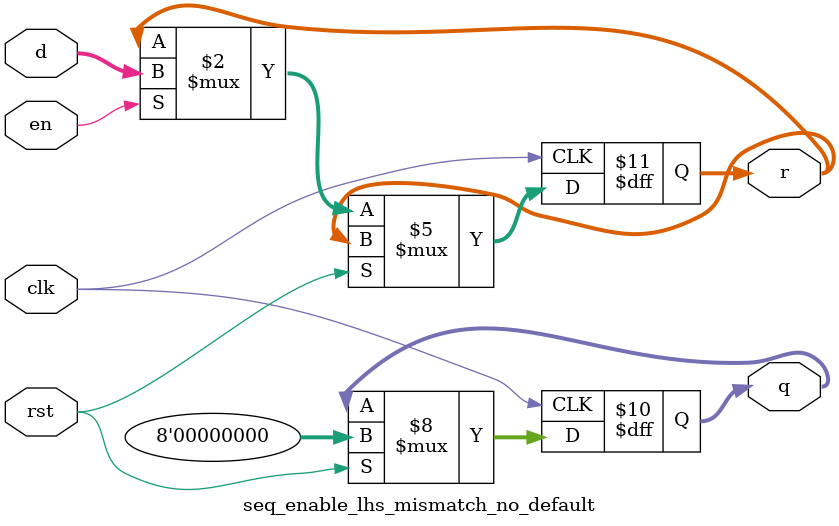
<source format=sv>
module seq_enable_lhs_mismatch_no_default(
  input logic clk,
  input logic rst,
  input logic en,
  input logic [7:0] d,
  output logic [7:0] q,
  output logic [7:0] r
);
  // Unsupported extraction case: enable branch assigns a different LHS.
  always_ff @(posedge clk) begin
    if (rst) q <= 8'h00;
    else if (en) r <= d;
  end
endmodule

</source>
